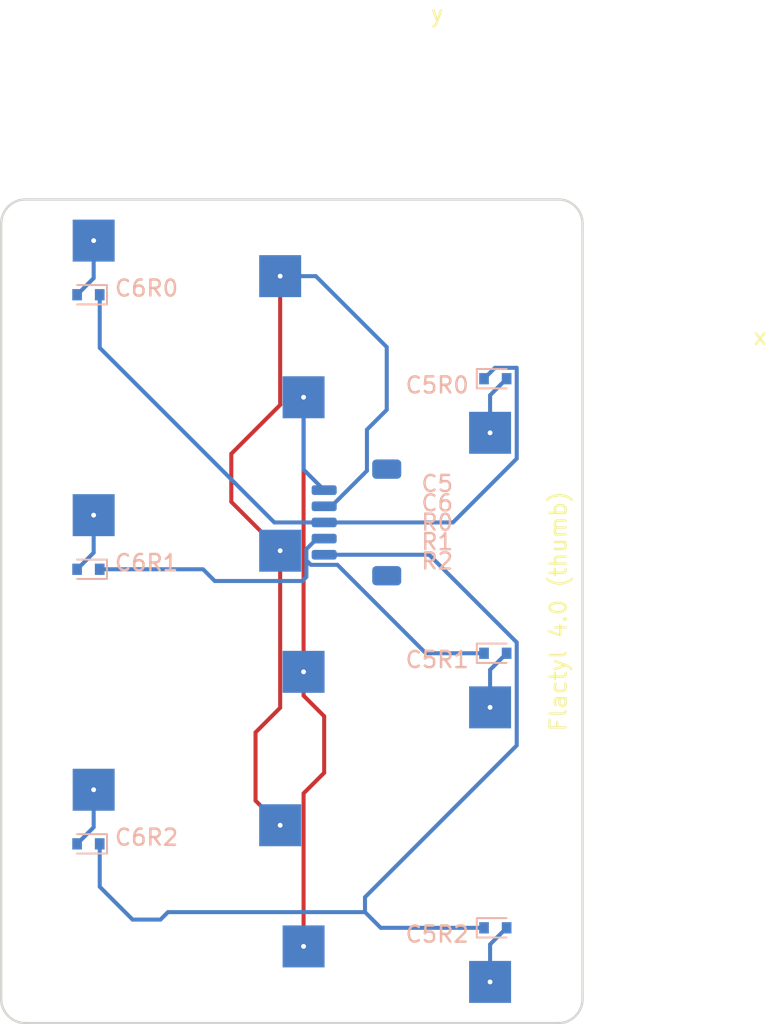
<source format=kicad_pcb>
(kicad_pcb (version 20221018) (generator pcbnew)
  (title_block (title "thumb") (rev "v1.0.0") (company "Unknown"))
  (layers (0 "F.Cu" signal) (31 "B.Cu" signal) (34 "B.Paste" user) (35 "F.Paste" user) (36 "B.SilkS" user "B.Silkscreen") (37 "F.SilkS" user "F.Silkscreen") (38 "B.Mask" user) (39 "F.Mask" user) (44 "Edge.Cuts" user))
  (net 0 "")
  (net 1 "C5")
  (net 2 "C5R0D")
  (net 3 "R0")
  (net 4 "C5R1D")
  (net 5 "R1")
  (net 6 "C5R2D")
  (net 7 "R2")
  (net 8 "C6")
  (net 9 "C6R0D")
  (net 10 "C6R1D")
  (net 11 "C6R2D")
  (footprint "flactyl logo" (layer "F.Cu") (at 25.5 -17 -90)
    (fp_text reference "_4" hide)
    (fp_text value "Flactyl 4.0 (thumb)" (at 0 0 270) (layer "F.SilkS"))
  )
  (footprint "MountingHole_1mm_M2" (layer "F.Cu") (at -7 -25.5)
    (fp_text reference "_3" hide)
    (fp_text value "" (at 0 0) (layer "F.SilkS") (effects (font (size 1.27 1.27))))
    (pad "" np_thru_hole circle (at 0 0) (size 1 1) (drill 1) (layers "*.Cu" "*.Mask"))
  )
  (footprint "flactyl logo" (layer "F.Cu") (at 38 -34)
    (fp_text reference "_5" hide)
    (fp_text value "x" (at 0 0) (layer "F.SilkS"))
  )
  (footprint "MountingHole_2.2mm_M2" (layer "F.Cu") (at 7 -25.5)
    (fp_text reference "_2" hide)
    (fp_text value "" (at 0 0) (layer "F.SilkS") (effects (font (size 1.27 1.27))))
    (pad "" np_thru_hole circle (at 0 0) (size 2.2 2.2) (drill 2.2) (layers "*.Cu" "*.Mask"))
  )
  (footprint "MountingHole_2.2mm_M2" (layer "F.Cu") (at 9 -8.5)
    (fp_text reference "_1" hide)
    (fp_text value "" (at 0 0) (layer "F.SilkS") (effects (font (size 1.27 1.27))))
    (pad "" np_thru_hole circle (at 0 0) (size 2.2 2.2) (drill 2.2) (layers "*.Cu" "*.Mask"))
  )
  (footprint "flactyl logo" (layer "F.Cu") (at 18 -54)
    (fp_text reference "_6" hide)
    (fp_text value "y" (at 0 0) (layer "F.SilkS"))
  )
  (footprint "Kailh_socket_PG1350_no_silk" (layer "B.Cu") (at 18 -34)
    (fp_text reference "S1" hide)
    (fp_text value "" (at 0 0) (layer "F.SilkS") (effects (font (size 1.27 1.27))))
    (fp_text user "C5R0" (at 0 3) (layer "B.SilkS"))
    (fp_text user "C5R0" (at 0 3) (layer "F.SilkS"))
    (pad "" np_thru_hole circle (at -5.5 0) (size 1.7018 1.7018) (drill 1.7018) (layers "*.Cu" "*.Mask"))
    (pad "" np_thru_hole circle (at -5 3.75) (size 3 3) (drill 3) (layers "*.Cu" "*.Mask"))
    (pad "" np_thru_hole circle (at 0 0) (size 3.429 3.429) (drill 3.429) (layers "*.Cu" "*.Mask"))
    (pad "" np_thru_hole circle (at 0 5.95) (size 3 3) (drill 3) (layers "*.Cu" "*.Mask"))
    (pad "" np_thru_hole circle (at 5.5 0) (size 1.7018 1.7018) (drill 1.7018) (layers "*.Cu" "*.Mask"))
    (pad "1" smd rect (at 3.275 5.95) (size 2.6 2.6) (layers "B.Cu" "B.Paste" "B.Mask") (net 2 "C5R0D"))
    (pad "2" smd rect (at -8.275 3.75) (size 2.6 2.6) (layers "B.Cu" "B.Paste" "B.Mask") (net 1 "C5"))
    (pad "3" thru_hole circle (at 3.275 5.95) (size 0.6 0.6) (drill 0.3) (layers "*.Cu") (net 2 "C5R0D"))
    (pad "4" thru_hole circle (at -8.275 3.75) (size 0.6 0.6) (drill 0.3) (layers "*.Cu") (net 1 "C5"))
  )
  (footprint "Kailh_socket_PG1350_no_silk" (layer "B.Cu") (at 0 -34 180)
    (fp_text reference "S7" hide)
    (fp_text value "" (at 0 0 180) (layer "F.SilkS") (effects (font (size 1.27 1.27))))
    (fp_text user "C6R0" (at 0 3 180) (layer "B.SilkS"))
    (fp_text user "C6R0" (at 0 3 180) (layer "F.SilkS"))
    (pad "" np_thru_hole circle (at -5.5 0) (size 1.7018 1.7018) (drill 1.7018) (layers "*.Cu" "*.Mask"))
    (pad "" np_thru_hole circle (at -5 3.75) (size 3 3) (drill 3) (layers "*.Cu" "*.Mask"))
    (pad "" np_thru_hole circle (at 0 0) (size 3.429 3.429) (drill 3.429) (layers "*.Cu" "*.Mask"))
    (pad "" np_thru_hole circle (at 0 5.95) (size 3 3) (drill 3) (layers "*.Cu" "*.Mask"))
    (pad "" np_thru_hole circle (at 5.5 0) (size 1.7018 1.7018) (drill 1.7018) (layers "*.Cu" "*.Mask"))
    (pad "1" smd rect (at 3.275 5.95) (size 2.6 2.6) (layers "B.Cu" "B.Paste" "B.Mask") (net 9 "C6R0D"))
    (pad "2" smd rect (at -8.275 3.75) (size 2.6 2.6) (layers "B.Cu" "B.Paste" "B.Mask") (net 8 "C6"))
    (pad "3" thru_hole circle (at 3.275 5.95) (size 0.6 0.6) (drill 0.3) (layers "*.Cu") (net 9 "C6R0D"))
    (pad "4" thru_hole circle (at -8.275 3.75) (size 0.6 0.6) (drill 0.3) (layers "*.Cu") (net 8 "C6"))
  )
  (footprint "D_SOD-523" (layer "B.Cu") (at -3.6 -36.6 180)
    (fp_text reference "S8" hide)
    (fp_text value "D_SOD-523")
    (fp_line (start -1.15 -0.6) (end -1.15 0.6) (stroke (width 0.12)) (layer "B.SilkS"))
    (fp_line (start 0.7 -0.6) (end -1.15 -0.6) (stroke (width 0.12)) (layer "B.SilkS"))
    (fp_line (start 0.7 0.6) (end -1.15 0.6) (stroke (width 0.12)) (layer "B.SilkS"))
    (pad "1" smd rect (at -0.7 0 180) (size 0.6 0.7) (layers "B.Cu" "B.Paste" "B.Mask") (net 3 "R0"))
    (pad "2" smd rect (at 0.7 0 180) (size 0.6 0.7) (layers "B.Cu" "B.Paste" "B.Mask") (net 9 "C6R0D"))
  )
  (footprint "Kailh_socket_PG1350_no_silk" (layer "B.Cu") (at 0 -17 180)
    (fp_text reference "S9" hide)
    (fp_text value "" (at 0 0 180) (layer "F.SilkS") (effects (font (size 1.27 1.27))))
    (fp_text user "C6R1" (at 0 3 180) (layer "B.SilkS"))
    (fp_text user "C6R1" (at 0 3 180) (layer "F.SilkS"))
    (pad "" np_thru_hole circle (at -5.5 0) (size 1.7018 1.7018) (drill 1.7018) (layers "*.Cu" "*.Mask"))
    (pad "" np_thru_hole circle (at -5 3.75) (size 3 3) (drill 3) (layers "*.Cu" "*.Mask"))
    (pad "" np_thru_hole circle (at 0 0) (size 3.429 3.429) (drill 3.429) (layers "*.Cu" "*.Mask"))
    (pad "" np_thru_hole circle (at 0 5.95) (size 3 3) (drill 3) (layers "*.Cu" "*.Mask"))
    (pad "" np_thru_hole circle (at 5.5 0) (size 1.7018 1.7018) (drill 1.7018) (layers "*.Cu" "*.Mask"))
    (pad "1" smd rect (at 3.275 5.95) (size 2.6 2.6) (layers "B.Cu" "B.Paste" "B.Mask") (net 10 "C6R1D"))
    (pad "2" smd rect (at -8.275 3.75) (size 2.6 2.6) (layers "B.Cu" "B.Paste" "B.Mask") (net 8 "C6"))
    (pad "3" thru_hole circle (at 3.275 5.95) (size 0.6 0.6) (drill 0.3) (layers "*.Cu") (net 10 "C6R1D"))
    (pad "4" thru_hole circle (at -8.275 3.75) (size 0.6 0.6) (drill 0.3) (layers "*.Cu") (net 8 "C6"))
  )
  (footprint "D_SOD-523" (layer "B.Cu") (at -3.6 -2.6 180)
    (fp_text reference "S12" hide)
    (fp_text value "D_SOD-523")
    (fp_line (start -1.15 -0.6) (end -1.15 0.6) (stroke (width 0.12)) (layer "B.SilkS"))
    (fp_line (start 0.7 -0.6) (end -1.15 -0.6) (stroke (width 0.12)) (layer "B.SilkS"))
    (fp_line (start 0.7 0.6) (end -1.15 0.6) (stroke (width 0.12)) (layer "B.SilkS"))
    (pad "1" smd rect (at -0.7 0 180) (size 0.6 0.7) (layers "B.Cu" "B.Paste" "B.Mask") (net 7 "R2"))
    (pad "2" smd rect (at 0.7 0 180) (size 0.6 0.7) (layers "B.Cu" "B.Paste" "B.Mask") (net 11 "C6R2D"))
  )
  (footprint "D_SOD-523" (layer "B.Cu") (at 21.6 -31.4)
    (fp_text reference "S2" hide)
    (fp_text value "D_SOD-523")
    (fp_line (start -1.15 -0.6) (end -1.15 0.6) (stroke (width 0.12)) (layer "B.SilkS"))
    (fp_line (start 0.7 -0.6) (end -1.15 -0.6) (stroke (width 0.12)) (layer "B.SilkS"))
    (fp_line (start 0.7 0.6) (end -1.15 0.6) (stroke (width 0.12)) (layer "B.SilkS"))
    (pad "1" smd rect (at -0.7 0) (size 0.6 0.7) (layers "B.Cu" "B.Paste" "B.Mask") (net 3 "R0"))
    (pad "2" smd rect (at 0.7 0) (size 0.6 0.7) (layers "B.Cu" "B.Paste" "B.Mask") (net 2 "C5R0D"))
  )
  (footprint "D_SOD-523" (layer "B.Cu") (at 21.6 2.6)
    (fp_text reference "S6" hide)
    (fp_text value "D_SOD-523")
    (fp_line (start -1.15 -0.6) (end -1.15 0.6) (stroke (width 0.12)) (layer "B.SilkS"))
    (fp_line (start 0.7 -0.6) (end -1.15 -0.6) (stroke (width 0.12)) (layer "B.SilkS"))
    (fp_line (start 0.7 0.6) (end -1.15 0.6) (stroke (width 0.12)) (layer "B.SilkS"))
    (pad "1" smd rect (at -0.7 0) (size 0.6 0.7) (layers "B.Cu" "B.Paste" "B.Mask") (net 7 "R2"))
    (pad "2" smd rect (at 0.7 0) (size 0.6 0.7) (layers "B.Cu" "B.Paste" "B.Mask") (net 6 "C5R2D"))
  )
  (footprint "JST_SH_SM05B-SRSS-TB_1x05-1MP_P1.00mm_Horizontal" (layer "B.Cu") (at 13 -22.5 -90)
    (fp_text reference "J1" hide)
    (fp_text value "" (at 0 0 -90) (layer "F.SilkS") (effects (font (size 1.27 1.27))))
    (fp_text user "C6" (at -1.2 -5 unlocked) (layer "B.SilkS"))
    (fp_text user "R1" (at 1.2 -5 unlocked) (layer "B.SilkS"))
    (fp_text user "C5" (at -2.4 -5 unlocked) (layer "B.SilkS"))
    (fp_text user "R0" (at 0 -5 unlocked) (layer "B.SilkS"))
    (fp_text user "R2" (at 2.4 -5 unlocked) (layer "B.SilkS"))
    (pad "1" smd roundrect (at -2 2 270) (size 0.6 1.55) (layers "B.Cu" "B.Paste" "B.Mask") (net 1 "C5"))
    (pad "2" smd roundrect (at -1 2 270) (size 0.6 1.55) (layers "B.Cu" "B.Paste" "B.Mask") (net 8 "C6"))
    (pad "3" smd roundrect (at 0 2 270) (size 0.6 1.55) (layers "B.Cu" "B.Paste" "B.Mask") (net 3 "R0"))
    (pad "4" smd roundrect (at 1 2 270) (size 0.6 1.55) (layers "B.Cu" "B.Paste" "B.Mask") (net 5 "R1"))
    (pad "5" smd roundrect (at 2 2 270) (size 0.6 1.55) (layers "B.Cu" "B.Paste" "B.Mask") (net 7 "R2"))
    (pad "MP" smd roundrect (at -3.3 -1.875 270) (size 1.2 1.8) (layers "B.Cu" "B.Paste" "B.Mask") (roundrect_rratio 0.208333))
    (pad "MP" smd roundrect (at 3.3 -1.875 270) (size 1.2 1.8) (layers "B.Cu" "B.Paste" "B.Mask") (roundrect_rratio 0.208333))
  )
  (footprint "Kailh_socket_PG1350_no_silk" (layer "B.Cu") (at 0 0 180)
    (fp_text reference "S11" hide)
    (fp_text value "" (at 0 0 180) (layer "F.SilkS") (effects (font (size 1.27 1.27))))
    (fp_text user "C6R2" (at 0 3 180) (layer "B.SilkS"))
    (fp_text user "C6R2" (at 0 3 180) (layer "F.SilkS"))
    (pad "" np_thru_hole circle (at -5.5 0) (size 1.7018 1.7018) (drill 1.7018) (layers "*.Cu" "*.Mask"))
    (pad "" np_thru_hole circle (at -5 3.75) (size 3 3) (drill 3) (layers "*.Cu" "*.Mask"))
    (pad "" np_thru_hole circle (at 0 0) (size 3.429 3.429) (drill 3.429) (layers "*.Cu" "*.Mask"))
    (pad "" np_thru_hole circle (at 0 5.95) (size 3 3) (drill 3) (layers "*.Cu" "*.Mask"))
    (pad "" np_thru_hole circle (at 5.5 0) (size 1.7018 1.7018) (drill 1.7018) (layers "*.Cu" "*.Mask"))
    (pad "1" smd rect (at 3.275 5.95) (size 2.6 2.6) (layers "B.Cu" "B.Paste" "B.Mask") (net 11 "C6R2D"))
    (pad "2" smd rect (at -8.275 3.75) (size 2.6 2.6) (layers "B.Cu" "B.Paste" "B.Mask") (net 8 "C6"))
    (pad "3" thru_hole circle (at 3.275 5.95) (size 0.6 0.6) (drill 0.3) (layers "*.Cu") (net 11 "C6R2D"))
    (pad "4" thru_hole circle (at -8.275 3.75) (size 0.6 0.6) (drill 0.3) (layers "*.Cu") (net 8 "C6"))
  )
  (footprint "D_SOD-523" (layer "B.Cu") (at 21.6 -14.4)
    (fp_text reference "S4" hide)
    (fp_text value "D_SOD-523")
    (fp_line (start -1.15 -0.6) (end -1.15 0.6) (stroke (width 0.12)) (layer "B.SilkS"))
    (fp_line (start 0.7 -0.6) (end -1.15 -0.6) (stroke (width 0.12)) (layer "B.SilkS"))
    (fp_line (start 0.7 0.6) (end -1.15 0.6) (stroke (width 0.12)) (layer "B.SilkS"))
    (pad "1" smd rect (at -0.7 0) (size 0.6 0.7) (layers "B.Cu" "B.Paste" "B.Mask") (net 5 "R1"))
    (pad "2" smd rect (at 0.7 0) (size 0.6 0.7) (layers "B.Cu" "B.Paste" "B.Mask") (net 4 "C5R1D"))
  )
  (footprint "Kailh_socket_PG1350_no_silk" (layer "B.Cu") (at 18 -17)
    (fp_text reference "S3" hide)
    (fp_text value "" (at 0 0) (layer "F.SilkS") (effects (font (size 1.27 1.27))))
    (fp_text user "C5R1" (at 0 3) (layer "B.SilkS"))
    (fp_text user "C5R1" (at 0 3) (layer "F.SilkS"))
    (pad "" np_thru_hole circle (at -5.5 0) (size 1.7018 1.7018) (drill 1.7018) (layers "*.Cu" "*.Mask"))
    (pad "" np_thru_hole circle (at -5 3.75) (size 3 3) (drill 3) (layers "*.Cu" "*.Mask"))
    (pad "" np_thru_hole circle (at 0 0) (size 3.429 3.429) (drill 3.429) (layers "*.Cu" "*.Mask"))
    (pad "" np_thru_hole circle (at 0 5.95) (size 3 3) (drill 3) (layers "*.Cu" "*.Mask"))
    (pad "" np_thru_hole circle (at 5.5 0) (size 1.7018 1.7018) (drill 1.7018) (layers "*.Cu" "*.Mask"))
    (pad "1" smd rect (at 3.275 5.95) (size 2.6 2.6) (layers "B.Cu" "B.Paste" "B.Mask") (net 4 "C5R1D"))
    (pad "2" smd rect (at -8.275 3.75) (size 2.6 2.6) (layers "B.Cu" "B.Paste" "B.Mask") (net 1 "C5"))
    (pad "3" thru_hole circle (at 3.275 5.95) (size 0.6 0.6) (drill 0.3) (layers "*.Cu") (net 4 "C5R1D"))
    (pad "4" thru_hole circle (at -8.275 3.75) (size 0.6 0.6) (drill 0.3) (layers "*.Cu") (net 1 "C5"))
  )
  (footprint "Kailh_socket_PG1350_no_silk" (layer "B.Cu") (at 18 0)
    (fp_text reference "S5" hide)
    (fp_text value "" (at 0 0) (layer "F.SilkS") (effects (font (size 1.27 1.27))))
    (fp_text user "C5R2" (at 0 3) (layer "B.SilkS"))
    (fp_text user "C5R2" (at 0 3) (layer "F.SilkS"))
    (pad "" np_thru_hole circle (at -5.5 0) (size 1.7018 1.7018) (drill 1.7018) (layers "*.Cu" "*.Mask"))
    (pad "" np_thru_hole circle (at -5 3.75) (size 3 3) (drill 3) (layers "*.Cu" "*.Mask"))
    (pad "" np_thru_hole circle (at 0 0) (size 3.429 3.429) (drill 3.429) (layers "*.Cu" "*.Mask"))
    (pad "" np_thru_hole circle (at 0 5.95) (size 3 3) (drill 3) (layers "*.Cu" "*.Mask"))
    (pad "" np_thru_hole circle (at 5.5 0) (size 1.7018 1.7018) (drill 1.7018) (layers "*.Cu" "*.Mask"))
    (pad "1" smd rect (at 3.275 5.95) (size 2.6 2.6) (layers "B.Cu" "B.Paste" "B.Mask") (net 6 "C5R2D"))
    (pad "2" smd rect (at -8.275 3.75) (size 2.6 2.6) (layers "B.Cu" "B.Paste" "B.Mask") (net 1 "C5"))
    (pad "3" thru_hole circle (at 3.275 5.95) (size 0.6 0.6) (drill 0.3) (layers "*.Cu") (net 6 "C5R2D"))
    (pad "4" thru_hole circle (at -8.275 3.75) (size 0.6 0.6) (drill 0.3) (layers "*.Cu") (net 1 "C5"))
  )
  (footprint "D_SOD-523" (layer "B.Cu") (at -3.6 -19.6 180)
    (fp_text reference "S10" hide)
    (fp_text value "D_SOD-523")
    (fp_line (start -1.15 -0.6) (end -1.15 0.6) (stroke (width 0.12)) (layer "B.SilkS"))
    (fp_line (start 0.7 -0.6) (end -1.15 -0.6) (stroke (width 0.12)) (layer "B.SilkS"))
    (fp_line (start 0.7 0.6) (end -1.15 0.6) (stroke (width 0.12)) (layer "B.SilkS"))
    (pad "1" smd rect (at -0.7 0 180) (size 0.6 0.7) (layers "B.Cu" "B.Paste" "B.Mask") (net 5 "R1"))
    (pad "2" smd rect (at 0.7 0 180) (size 0.6 0.7) (layers "B.Cu" "B.Paste" "B.Mask") (net 10 "C6R1D"))
  )
  (gr_line (start -9 7) (end -9 -41) (stroke (width 0.15)) (layer "Edge.Cuts"))
  (gr_line (start -7.5 -42.5) (end 25.5 -42.5) (stroke (width 0.15)) (layer "Edge.Cuts"))
  (gr_arc (start 25.5 -42.5) (mid 26.56066 -42.06066) (end 27 -41) (stroke (width 0.15)) (layer "Edge.Cuts"))
  (gr_arc (start -7.5 8.5) (mid -8.56066 8.06066) (end -9 7) (stroke (width 0.15)) (layer "Edge.Cuts"))
  (gr_arc (start 27 7) (mid 26.56066 8.06066) (end 25.5 8.5) (stroke (width 0.15)) (layer "Edge.Cuts"))
  (gr_arc (start -9 -41) (mid -8.56066 -42.06066) (end -7.5 -42.5) (stroke (width 0.15)) (layer "Edge.Cuts"))
  (gr_line (start 27 7) (end 27 -41) (stroke (width 0.15)) (layer "Edge.Cuts"))
  (gr_line (start -7.5 8.5) (end 25.5 8.5) (stroke (width 0.15)) (layer "Edge.Cuts"))
  (segment (start 9.725 -11.775) (end 9.725 -13.25) (width 0.25) (layer "F.Cu") (net 1))
  (segment (start 11 -10.5) (end 9.725 -11.775) (width 0.25) (layer "F.Cu") (net 1))
  (segment (start 9.725 3.75) (end 9.725 -5.725) (width 0.25) (layer "F.Cu") (net 1))
  (segment (start 9.725 -5.725) (end 11 -7) (width 0.25) (layer "F.Cu") (net 1))
  (segment (start 9.725 -13.25) (end 9.725 -30.25) (width 0.25) (layer "F.Cu") (net 1))
  (segment (start 11 -7) (end 11 -10.5) (width 0.25) (layer "F.Cu") (net 1))
  (segment (start 11 -24.5) (end 9.725 -25.775) (width 0.25) (layer "B.Cu") (net 1))
  (segment (start 9.725 -25.775) (end 9.725 -30.25) (width 0.25) (layer "B.Cu") (net 1))
  (segment (start 21.275 -30.375) (end 22.3 -31.4) (width 0.25) (layer "B.Cu") (net 2))
  (segment (start 21.275 -28.05) (end 21.275 -30.375) (width 0.25) (layer "B.Cu") (net 2))
  (segment (start 18.975 -22.5) (end 11 -22.5) (width 0.25) (layer "B.Cu") (net 3))
  (segment (start 7.914035 -22.5) (end 11 -22.5) (width 0.25) (layer "B.Cu") (net 3))
  (segment (start 20.9 -31.4) (end 21.575 -32.075) (width 0.25) (layer "B.Cu") (net 3))
  (segment (start 22.925 -26.45) (end 18.975 -22.5) (width 0.25) (layer "B.Cu") (net 3))
  (segment (start 21.575 -32.075) (end 22.925 -32.075) (width 0.25) (layer "B.Cu") (net 3))
  (segment (start -2.9 -33.314035) (end 7.914035 -22.5) (width 0.25) (layer "B.Cu") (net 3))
  (segment (start 22.925 -32.075) (end 22.925 -26.45) (width 0.25) (layer "B.Cu") (net 3))
  (segment (start -2.9 -36.6) (end -2.9 -33.314035) (width 0.25) (layer "B.Cu") (net 3))
  (segment (start 21.275 -11.05) (end 21.275 -13.375) (width 0.25) (layer "B.Cu") (net 4))
  (segment (start 21.275 -13.375) (end 22.3 -14.4) (width 0.25) (layer "B.Cu") (net 4))
  (segment (start 9.9 -20.153249) (end 9.9 -20.846751) (width 0.25) (layer "B.Cu") (net 5))
  (segment (start 4.22335 -18.875) (end 9.65 -18.875) (width 0.25) (layer "B.Cu") (net 5))
  (segment (start 9.65 -18.875) (end 9.9 -19.125) (width 0.25) (layer "B.Cu") (net 5))
  (segment (start 10.178249 -19.875) (end 9.9 -20.153249) (width 0.25) (layer "B.Cu") (net 5))
  (segment (start 20.9 -14.4) (end 17.296751 -14.4) (width 0.25) (layer "B.Cu") (net 5))
  (segment (start 10.553249 -21.5) (end 11 -21.5) (width 0.25) (layer "B.Cu") (net 5))
  (segment (start 11.821751 -19.875) (end 10.178249 -19.875) (width 0.25) (layer "B.Cu") (net 5))
  (segment (start 3.49835 -19.6) (end 4.22335 -18.875) (width 0.25) (layer "B.Cu") (net 5))
  (segment (start 9.9 -19.125) (end 9.9 -20.153249) (width 0.25) (layer "B.Cu") (net 5))
  (segment (start 17.296751 -14.4) (end 11.821751 -19.875) (width 0.25) (layer "B.Cu") (net 5))
  (segment (start 9.9 -20.846751) (end 10.553249 -21.5) (width 0.25) (layer "B.Cu") (net 5))
  (segment (start -2.9 -19.6) (end 3.49835 -19.6) (width 0.25) (layer "B.Cu") (net 5))
  (segment (start 21.275 3.625) (end 22.3 2.6) (width 0.25) (layer "B.Cu") (net 6))
  (segment (start 21.275 5.95) (end 21.275 3.625) (width 0.25) (layer "B.Cu") (net 6))
  (segment (start 22.925 -8.691316) (end 13.529149 0.704535) (width 0.25) (layer "B.Cu") (net 7))
  (segment (start 13.529149 0.704535) (end 13.529149 1.627499) (width 0.25) (layer "B.Cu") (net 7))
  (segment (start 0.865499 2.0895) (end -0.865499 2.0895) (width 0.25) (layer "B.Cu") (net 7))
  (segment (start 13.529149 1.627499) (end 1.327499 1.627499) (width 0.25) (layer "B.Cu") (net 7))
  (segment (start 1.327499 1.627499) (end 0.865499 2.0895) (width 0.25) (layer "B.Cu") (net 7))
  (segment (start 14.50165 2.6) (end 13.529149 1.627499) (width 0.25) (layer "B.Cu") (net 7))
  (segment (start -2.9 0.054999) (end -2.9 -2.6) (width 0.25) (layer "B.Cu") (net 7))
  (segment (start 17.5 -20.5) (end 22.925 -15.075) (width 0.25) (layer "B.Cu") (net 7))
  (segment (start 22.925 -15.075) (end 22.925 -8.691316) (width 0.25) (layer "B.Cu") (net 7))
  (segment (start -0.865499 2.0895) (end -2.9 0.054999) (width 0.25) (layer "B.Cu") (net 7))
  (segment (start 20.9 2.6) (end 14.50165 2.6) (width 0.25) (layer "B.Cu") (net 7))
  (segment (start 11 -20.5) (end 17.5 -20.5) (width 0.25) (layer "B.Cu") (net 7))
  (segment (start 5.25 -26.75) (end 5.25 -23.775) (width 0.25) (layer "F.Cu") (net 8))
  (segment (start 8.275 -20.75) (end 8.275 -11.025) (width 0.25) (layer "F.Cu") (net 8))
  (segment (start 8.275 -29.775) (end 5.25 -26.75) (width 0.25) (layer "F.Cu") (net 8))
  (segment (start 8.275 -11.025) (end 6.75 -9.5) (width 0.25) (layer "F.Cu") (net 8))
  (segment (start 8.275 -37.75) (end 8.275 -29.775) (width 0.25) (layer "F.Cu") (net 8))
  (segment (start 6.75 -9.5) (end 6.75 -5.275) (width 0.25) (layer "F.Cu") (net 8))
  (segment (start 6.75 -5.275) (end 8.275 -3.75) (width 0.25) (layer "F.Cu") (net 8))
  (segment (start 5.25 -23.775) (end 8.275 -20.75) (width 0.25) (layer "F.Cu") (net 8))
  (segment (start 14.875 -29.47335) (end 14.875 -33.358684) (width 0.25) (layer "B.Cu") (net 8))
  (segment (start 11 -23.5) (end 11.446751 -23.5) (width 0.25) (layer "B.Cu") (net 8))
  (segment (start 14.875 -33.358684) (end 10.483684 -37.75) (width 0.25) (layer "B.Cu") (net 8))
  (segment (start 10.483684 -37.75) (end 8.275 -37.75) (width 0.25) (layer "B.Cu") (net 8))
  (segment (start 11.446751 -23.5) (end 13.65 -25.703249) (width 0.25) (layer "B.Cu") (net 8))
  (segment (start 13.65 -25.703249) (end 13.65 -28.24835) (width 0.25) (layer "B.Cu") (net 8))
  (segment (start 13.65 -28.24835) (end 14.875 -29.47335) (width 0.25) (layer "B.Cu") (net 8))
  (segment (start -3.275 -37.625) (end -4.3 -36.6) (width 0.25) (layer "B.Cu") (net 9))
  (segment (start -3.275 -39.95) (end -3.275 -37.625) (width 0.25) (layer "B.Cu") (net 9))
  (segment (start -3.275 -20.625) (end -4.3 -19.6) (width 0.25) (layer "B.Cu") (net 10))
  (segment (start -3.275 -22.95) (end -3.275 -20.625) (width 0.25) (layer "B.Cu") (net 10))
  (segment (start -3.275 -3.625) (end -4.3 -2.6) (width 0.25) (layer "B.Cu") (net 11))
  (segment (start -3.275 -5.95) (end -3.275 -3.625) (width 0.25) (layer "B.Cu") (net 11))
)
</source>
